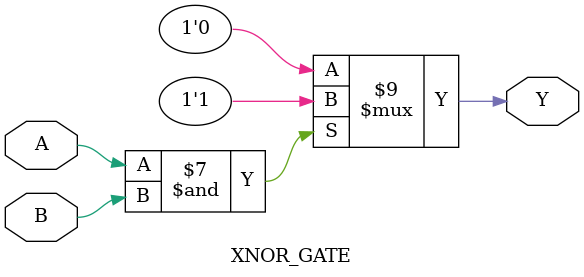
<source format=v>
module XNOR_GATE (output reg Y, input A, B);  //declaring the module
always @ (A or B) begin
   if (A == 1'b0 & B == 1'b0) begin            //states that if both A and B are 0
       Y = 1'b1;                               //then Y has to be 1
   end
   if (A == 1'b1 & B == 1'b1) begin            //states that if both A and B are 1
       Y = 1'b1;                              //then Y has to be 1
   end
   else 
       Y = 1'b0;                             //1’b0 means 1 bit in the binary number system, and its value is 0
end
endmodule                                   //used to terminate the module
</source>
